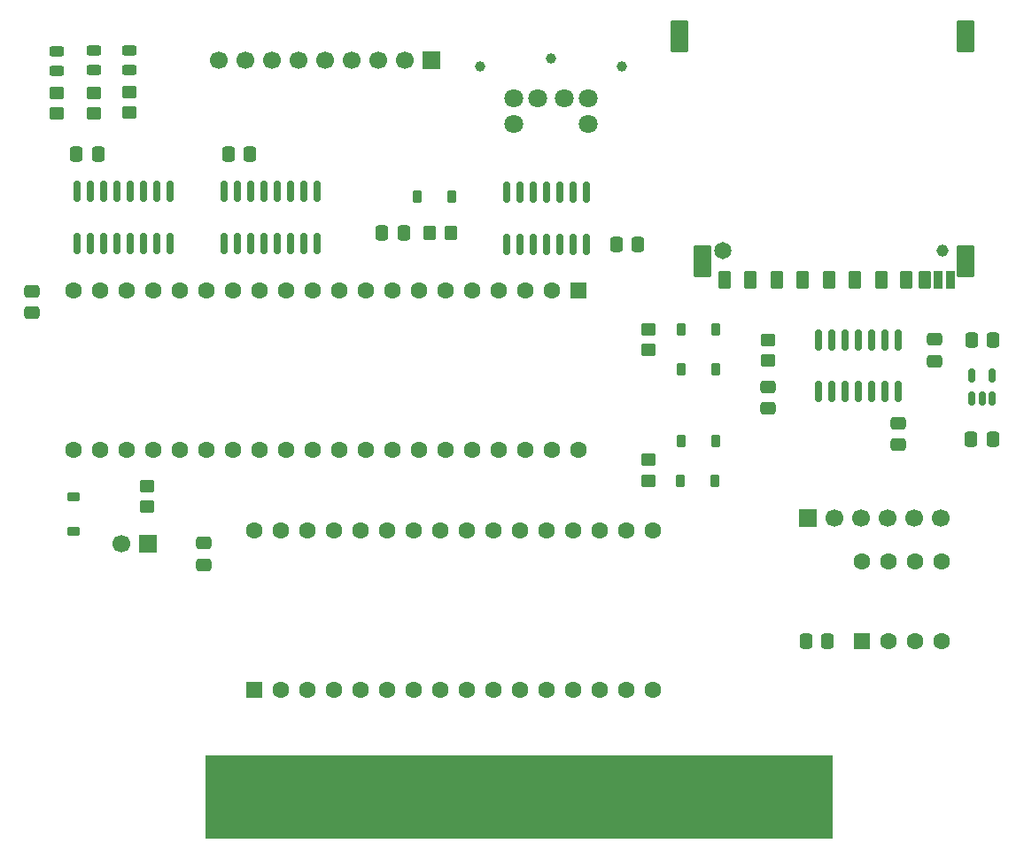
<source format=gbr>
%TF.GenerationSoftware,KiCad,Pcbnew,9.0.1*%
%TF.CreationDate,2025-04-09T19:32:53+02:00*%
%TF.ProjectId,SuperCPM65,53757065-7243-4504-9d36-352e6b696361,rev?*%
%TF.SameCoordinates,Original*%
%TF.FileFunction,Soldermask,Top*%
%TF.FilePolarity,Negative*%
%FSLAX46Y46*%
G04 Gerber Fmt 4.6, Leading zero omitted, Abs format (unit mm)*
G04 Created by KiCad (PCBNEW 9.0.1) date 2025-04-09 19:32:53*
%MOMM*%
%LPD*%
G01*
G04 APERTURE LIST*
G04 Aperture macros list*
%AMRoundRect*
0 Rectangle with rounded corners*
0 $1 Rounding radius*
0 $2 $3 $4 $5 $6 $7 $8 $9 X,Y pos of 4 corners*
0 Add a 4 corners polygon primitive as box body*
4,1,4,$2,$3,$4,$5,$6,$7,$8,$9,$2,$3,0*
0 Add four circle primitives for the rounded corners*
1,1,$1+$1,$2,$3*
1,1,$1+$1,$4,$5*
1,1,$1+$1,$6,$7*
1,1,$1+$1,$8,$9*
0 Add four rect primitives between the rounded corners*
20,1,$1+$1,$2,$3,$4,$5,0*
20,1,$1+$1,$4,$5,$6,$7,0*
20,1,$1+$1,$6,$7,$8,$9,0*
20,1,$1+$1,$8,$9,$2,$3,0*%
G04 Aperture macros list end*
%ADD10RoundRect,0.150000X0.150000X-0.825000X0.150000X0.825000X-0.150000X0.825000X-0.150000X-0.825000X0*%
%ADD11RoundRect,0.225000X-0.225000X-0.375000X0.225000X-0.375000X0.225000X0.375000X-0.225000X0.375000X0*%
%ADD12RoundRect,0.250000X-0.550000X0.550000X-0.550000X-0.550000X0.550000X-0.550000X0.550000X0.550000X0*%
%ADD13C,1.600000*%
%ADD14RoundRect,0.150000X-0.150000X0.825000X-0.150000X-0.825000X0.150000X-0.825000X0.150000X0.825000X0*%
%ADD15R,1.700000X1.700000*%
%ADD16C,1.700000*%
%ADD17RoundRect,0.250000X0.337500X0.475000X-0.337500X0.475000X-0.337500X-0.475000X0.337500X-0.475000X0*%
%ADD18RoundRect,0.250000X-0.450000X0.350000X-0.450000X-0.350000X0.450000X-0.350000X0.450000X0.350000X0*%
%ADD19RoundRect,0.250000X-0.475000X0.337500X-0.475000X-0.337500X0.475000X-0.337500X0.475000X0.337500X0*%
%ADD20RoundRect,0.250000X-0.337500X-0.475000X0.337500X-0.475000X0.337500X0.475000X-0.337500X0.475000X0*%
%ADD21C,1.150000*%
%ADD22C,1.650000*%
%ADD23RoundRect,0.102000X0.500000X0.750000X-0.500000X0.750000X-0.500000X-0.750000X0.500000X-0.750000X0*%
%ADD24RoundRect,0.102000X0.350000X0.750000X-0.350000X0.750000X-0.350000X-0.750000X0.350000X-0.750000X0*%
%ADD25RoundRect,0.102000X0.750000X1.400000X-0.750000X1.400000X-0.750000X-1.400000X0.750000X-1.400000X0*%
%ADD26C,1.000000*%
%ADD27C,1.800000*%
%ADD28RoundRect,0.243750X0.456250X-0.243750X0.456250X0.243750X-0.456250X0.243750X-0.456250X-0.243750X0*%
%ADD29RoundRect,0.250000X0.550000X-0.550000X0.550000X0.550000X-0.550000X0.550000X-0.550000X-0.550000X0*%
%ADD30RoundRect,0.150000X0.150000X-0.512500X0.150000X0.512500X-0.150000X0.512500X-0.150000X-0.512500X0*%
%ADD31RoundRect,0.250000X0.450000X-0.350000X0.450000X0.350000X-0.450000X0.350000X-0.450000X-0.350000X0*%
%ADD32RoundRect,0.225000X-0.375000X0.225000X-0.375000X-0.225000X0.375000X-0.225000X0.375000X0.225000X0*%
%ADD33R,59.999880X8.001000*%
%ADD34RoundRect,0.250000X-0.350000X-0.450000X0.350000X-0.450000X0.350000X0.450000X-0.350000X0.450000X0*%
G04 APERTURE END LIST*
D10*
%TO.C,U5*%
X71200000Y-64575000D03*
X72470000Y-64575000D03*
X73740000Y-64575000D03*
X75010000Y-64575000D03*
X76280000Y-64575000D03*
X77550000Y-64575000D03*
X78820000Y-64575000D03*
X80090000Y-64575000D03*
X80090000Y-59625000D03*
X78820000Y-59625000D03*
X77550000Y-59625000D03*
X76280000Y-59625000D03*
X75010000Y-59625000D03*
X73740000Y-59625000D03*
X72470000Y-59625000D03*
X71200000Y-59625000D03*
%TD*%
D11*
%TO.C,D3*%
X128850000Y-87300000D03*
X132150000Y-87300000D03*
%TD*%
D12*
%TO.C,U4*%
X119120000Y-69100000D03*
D13*
X116580000Y-69100000D03*
X114040000Y-69100000D03*
X111500000Y-69100000D03*
X108960000Y-69100000D03*
X106420000Y-69100000D03*
X103880000Y-69100000D03*
X101340000Y-69100000D03*
X98800000Y-69100000D03*
X96260000Y-69100000D03*
X93720000Y-69100000D03*
X91180000Y-69100000D03*
X88640000Y-69100000D03*
X86100000Y-69100000D03*
X83560000Y-69100000D03*
X81020000Y-69100000D03*
X78480000Y-69100000D03*
X75940000Y-69100000D03*
X73400000Y-69100000D03*
X70860000Y-69100000D03*
X70860000Y-84340000D03*
X73400000Y-84340000D03*
X75940000Y-84340000D03*
X78480000Y-84340000D03*
X81020000Y-84340000D03*
X83560000Y-84340000D03*
X86100000Y-84340000D03*
X88640000Y-84340000D03*
X91180000Y-84340000D03*
X93720000Y-84340000D03*
X96260000Y-84340000D03*
X98800000Y-84340000D03*
X101340000Y-84340000D03*
X103880000Y-84340000D03*
X106420000Y-84340000D03*
X108960000Y-84340000D03*
X111500000Y-84340000D03*
X114040000Y-84340000D03*
X116580000Y-84340000D03*
X119120000Y-84340000D03*
%TD*%
D14*
%TO.C,U7*%
X149710000Y-73825000D03*
X148440000Y-73825000D03*
X147170000Y-73825000D03*
X145900000Y-73825000D03*
X144630000Y-73825000D03*
X143360000Y-73825000D03*
X142090000Y-73825000D03*
X142090000Y-78775000D03*
X143360000Y-78775000D03*
X144630000Y-78775000D03*
X145900000Y-78775000D03*
X147170000Y-78775000D03*
X148440000Y-78775000D03*
X149710000Y-78775000D03*
%TD*%
D15*
%TO.C,J2*%
X141100000Y-90900000D03*
D16*
X143640000Y-90900000D03*
X146180000Y-90900000D03*
X148720000Y-90900000D03*
X151260000Y-90900000D03*
X153800000Y-90900000D03*
%TD*%
D15*
%TO.C,J3*%
X105100000Y-47100000D03*
D16*
X102560000Y-47100000D03*
X100020000Y-47100000D03*
X97480000Y-47100000D03*
X94940000Y-47100000D03*
X92400000Y-47100000D03*
X89860000Y-47100000D03*
X87320000Y-47100000D03*
X84780000Y-47100000D03*
%TD*%
D17*
%TO.C,C7*%
X102437500Y-63600000D03*
X100362500Y-63600000D03*
%TD*%
D18*
%TO.C,R5*%
X72800000Y-50200000D03*
X72800000Y-52200000D03*
%TD*%
D19*
%TO.C,C6*%
X153210000Y-73787500D03*
X153210000Y-75862500D03*
%TD*%
D20*
%TO.C,C4*%
X156672500Y-83325000D03*
X158747500Y-83325000D03*
%TD*%
D21*
%TO.C,J4*%
X153950000Y-65300000D03*
D22*
X132950000Y-65300000D03*
D23*
X135575000Y-68100000D03*
X138075000Y-68100000D03*
X140575000Y-68100000D03*
X143075000Y-68100000D03*
X145575000Y-68100000D03*
X148075000Y-68100000D03*
X150500000Y-68100000D03*
X152200000Y-68100000D03*
X133075000Y-68100000D03*
D24*
X153500000Y-68100000D03*
D25*
X156100000Y-66300000D03*
X131000000Y-66300000D03*
X128800000Y-44800000D03*
X156100000Y-44800000D03*
D24*
X154700000Y-68100000D03*
%TD*%
D11*
%TO.C,D2*%
X128950000Y-76600000D03*
X132250000Y-76600000D03*
%TD*%
%TO.C,D8*%
X103750000Y-60100000D03*
X107050000Y-60100000D03*
%TD*%
D17*
%TO.C,C1*%
X142937500Y-102600000D03*
X140862500Y-102600000D03*
%TD*%
D26*
%TO.C,J5*%
X109740000Y-47700000D03*
X116500000Y-46900000D03*
X123260000Y-47700000D03*
D27*
X117800000Y-50700000D03*
X115200000Y-50700000D03*
X120050000Y-50700000D03*
X112950000Y-50700000D03*
X120050000Y-53200000D03*
X112950000Y-53200000D03*
%TD*%
D18*
%TO.C,R3*%
X77900000Y-87800000D03*
X77900000Y-89800000D03*
%TD*%
D28*
%TO.C,D7*%
X76200000Y-48037500D03*
X76200000Y-46162500D03*
%TD*%
D29*
%TO.C,U2*%
X146190000Y-102605000D03*
D13*
X148730000Y-102605000D03*
X151270000Y-102605000D03*
X153810000Y-102605000D03*
X153810000Y-94985000D03*
X151270000Y-94985000D03*
X148730000Y-94985000D03*
X146190000Y-94985000D03*
%TD*%
D19*
%TO.C,C3*%
X66900000Y-69162500D03*
X66900000Y-71237500D03*
%TD*%
D28*
%TO.C,D5*%
X69300000Y-48075000D03*
X69300000Y-46200000D03*
%TD*%
D10*
%TO.C,U6*%
X85255000Y-64575000D03*
X86525000Y-64575000D03*
X87795000Y-64575000D03*
X89065000Y-64575000D03*
X90335000Y-64575000D03*
X91605000Y-64575000D03*
X92875000Y-64575000D03*
X94145000Y-64575000D03*
X94145000Y-59625000D03*
X92875000Y-59625000D03*
X91605000Y-59625000D03*
X90335000Y-59625000D03*
X89065000Y-59625000D03*
X87795000Y-59625000D03*
X86525000Y-59625000D03*
X85255000Y-59625000D03*
%TD*%
D15*
%TO.C,J1*%
X77975000Y-93300000D03*
D16*
X75435000Y-93300000D03*
%TD*%
D20*
%TO.C,C8*%
X156710000Y-73825000D03*
X158785000Y-73825000D03*
%TD*%
D30*
%TO.C,U8*%
X156760000Y-79462500D03*
X157710000Y-79462500D03*
X158660000Y-79462500D03*
X158660000Y-77187500D03*
X156760000Y-77187500D03*
%TD*%
D11*
%TO.C,D4*%
X128950000Y-72800000D03*
X132250000Y-72800000D03*
%TD*%
D18*
%TO.C,R6*%
X76200000Y-50100000D03*
X76200000Y-52100000D03*
%TD*%
D31*
%TO.C,R1*%
X125800000Y-87300000D03*
X125800000Y-85300000D03*
%TD*%
D18*
%TO.C,R2*%
X125800000Y-72800000D03*
X125800000Y-74800000D03*
%TD*%
D20*
%TO.C,C12*%
X85662500Y-56075000D03*
X87737500Y-56075000D03*
%TD*%
D32*
%TO.C,D9*%
X70900000Y-88850000D03*
X70900000Y-92150000D03*
%TD*%
D33*
%TO.C,CON1*%
X113500020Y-117500380D03*
%TD*%
D19*
%TO.C,C2*%
X83300000Y-93262500D03*
X83300000Y-95337500D03*
%TD*%
D28*
%TO.C,D6*%
X72800000Y-48037500D03*
X72800000Y-46162500D03*
%TD*%
D19*
%TO.C,C10*%
X137210000Y-78325000D03*
X137210000Y-80400000D03*
%TD*%
D20*
%TO.C,C9*%
X122762500Y-64700000D03*
X124837500Y-64700000D03*
%TD*%
D34*
%TO.C,R8*%
X104900000Y-63600000D03*
X106900000Y-63600000D03*
%TD*%
D29*
%TO.C,U3*%
X88120000Y-107300000D03*
D13*
X90660000Y-107300000D03*
X93200000Y-107300000D03*
X95740000Y-107300000D03*
X98280000Y-107300000D03*
X100820000Y-107300000D03*
X103360000Y-107300000D03*
X105900000Y-107300000D03*
X108440000Y-107300000D03*
X110980000Y-107300000D03*
X113520000Y-107300000D03*
X116060000Y-107300000D03*
X118600000Y-107300000D03*
X121140000Y-107300000D03*
X123680000Y-107300000D03*
X126220000Y-107300000D03*
X126220000Y-92060000D03*
X123680000Y-92060000D03*
X121140000Y-92060000D03*
X118600000Y-92060000D03*
X116060000Y-92060000D03*
X113520000Y-92060000D03*
X110980000Y-92060000D03*
X108440000Y-92060000D03*
X105900000Y-92060000D03*
X103360000Y-92060000D03*
X100820000Y-92060000D03*
X98280000Y-92060000D03*
X95740000Y-92060000D03*
X93200000Y-92060000D03*
X90660000Y-92060000D03*
X88120000Y-92060000D03*
%TD*%
D18*
%TO.C,R4*%
X69300000Y-50200000D03*
X69300000Y-52200000D03*
%TD*%
D14*
%TO.C,U1*%
X119910000Y-59725000D03*
X118640000Y-59725000D03*
X117370000Y-59725000D03*
X116100000Y-59725000D03*
X114830000Y-59725000D03*
X113560000Y-59725000D03*
X112290000Y-59725000D03*
X112290000Y-64675000D03*
X113560000Y-64675000D03*
X114830000Y-64675000D03*
X116100000Y-64675000D03*
X117370000Y-64675000D03*
X118640000Y-64675000D03*
X119910000Y-64675000D03*
%TD*%
D11*
%TO.C,D1*%
X128950000Y-83500000D03*
X132250000Y-83500000D03*
%TD*%
D18*
%TO.C,R7*%
X137210000Y-73825000D03*
X137210000Y-75825000D03*
%TD*%
D20*
%TO.C,C11*%
X71162500Y-56075000D03*
X73237500Y-56075000D03*
%TD*%
D19*
%TO.C,C5*%
X149710000Y-81787500D03*
X149710000Y-83862500D03*
%TD*%
M02*

</source>
